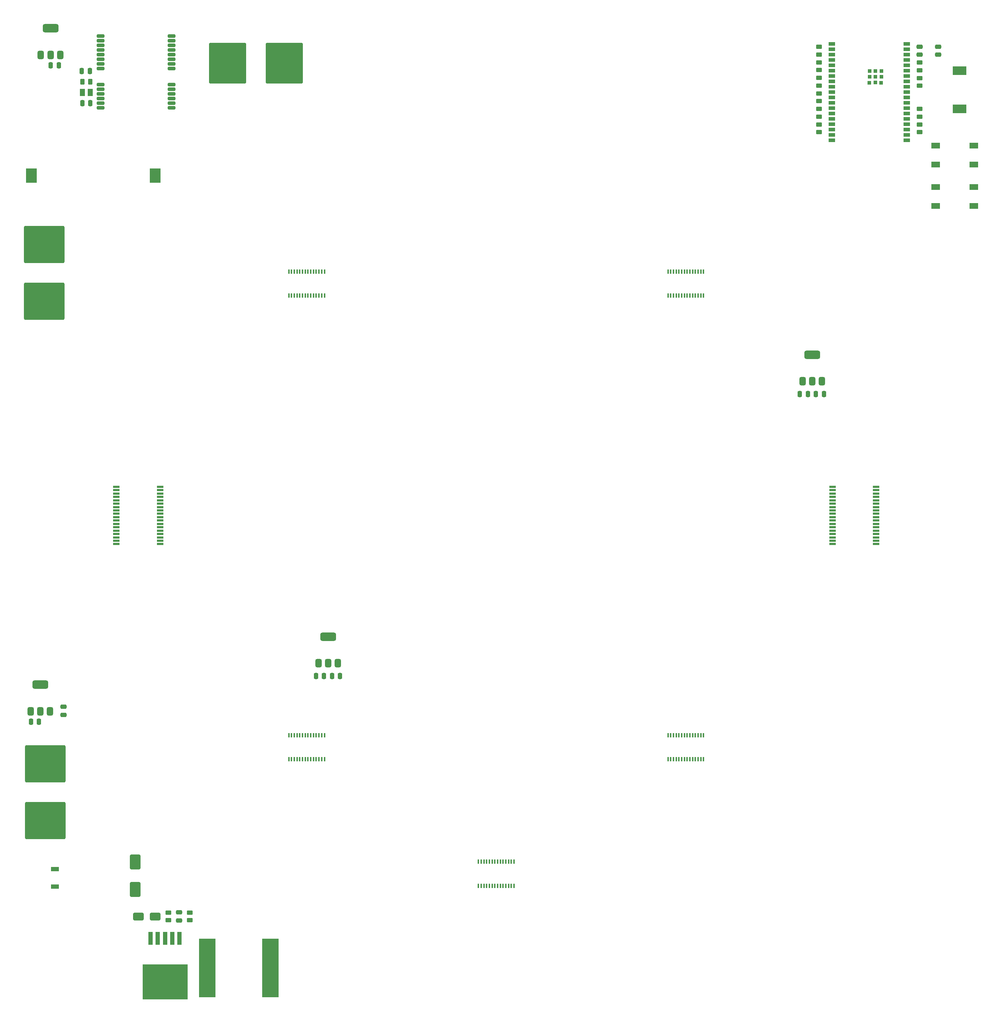
<source format=gbr>
%TF.GenerationSoftware,KiCad,Pcbnew,8.0.2-1*%
%TF.CreationDate,2024-06-04T17:42:53+02:00*%
%TF.ProjectId,broadcast_clock,62726f61-6463-4617-9374-5f636c6f636b,rev?*%
%TF.SameCoordinates,Original*%
%TF.FileFunction,Paste,Bot*%
%TF.FilePolarity,Positive*%
%FSLAX46Y46*%
G04 Gerber Fmt 4.6, Leading zero omitted, Abs format (unit mm)*
G04 Created by KiCad (PCBNEW 8.0.2-1) date 2024-06-04 17:42:53*
%MOMM*%
%LPD*%
G01*
G04 APERTURE LIST*
G04 Aperture macros list*
%AMRoundRect*
0 Rectangle with rounded corners*
0 $1 Rounding radius*
0 $2 $3 $4 $5 $6 $7 $8 $9 X,Y pos of 4 corners*
0 Add a 4 corners polygon primitive as box body*
4,1,4,$2,$3,$4,$5,$6,$7,$8,$9,$2,$3,0*
0 Add four circle primitives for the rounded corners*
1,1,$1+$1,$2,$3*
1,1,$1+$1,$4,$5*
1,1,$1+$1,$6,$7*
1,1,$1+$1,$8,$9*
0 Add four rect primitives between the rounded corners*
20,1,$1+$1,$2,$3,$4,$5,0*
20,1,$1+$1,$4,$5,$6,$7,0*
20,1,$1+$1,$6,$7,$8,$9,0*
20,1,$1+$1,$8,$9,$2,$3,0*%
G04 Aperture macros list end*
%ADD10RoundRect,0.250000X0.450000X-0.262500X0.450000X0.262500X-0.450000X0.262500X-0.450000X-0.262500X0*%
%ADD11RoundRect,0.250000X-0.450000X0.262500X-0.450000X-0.262500X0.450000X-0.262500X0.450000X0.262500X0*%
%ADD12R,0.400000X1.100000*%
%ADD13RoundRect,0.375000X0.375000X-0.625000X0.375000X0.625000X-0.375000X0.625000X-0.375000X-0.625000X0*%
%ADD14RoundRect,0.500000X1.400000X-0.500000X1.400000X0.500000X-1.400000X0.500000X-1.400000X-0.500000X0*%
%ADD15RoundRect,0.250000X-0.475000X0.250000X-0.475000X-0.250000X0.475000X-0.250000X0.475000X0.250000X0*%
%ADD16R,2.540000X3.510000*%
%ADD17RoundRect,0.249999X-4.550001X4.150001X-4.550001X-4.150001X4.550001X-4.150001X4.550001X4.150001X0*%
%ADD18R,2.100000X1.400000*%
%ADD19R,0.900000X0.900000*%
%ADD20R,0.900000X0.880000*%
%ADD21R,1.500000X0.900000*%
%ADD22RoundRect,0.250000X-0.250000X-0.475000X0.250000X-0.475000X0.250000X0.475000X-0.250000X0.475000X0*%
%ADD23RoundRect,0.249999X-4.150001X-4.550001X4.150001X-4.550001X4.150001X4.550001X-4.150001X4.550001X0*%
%ADD24RoundRect,0.250000X1.000000X0.650000X-1.000000X0.650000X-1.000000X-0.650000X1.000000X-0.650000X0*%
%ADD25RoundRect,0.250000X0.262500X0.450000X-0.262500X0.450000X-0.262500X-0.450000X0.262500X-0.450000X0*%
%ADD26RoundRect,0.250000X0.250000X0.475000X-0.250000X0.475000X-0.250000X-0.475000X0.250000X-0.475000X0*%
%ADD27RoundRect,0.250000X0.475000X-0.250000X0.475000X0.250000X-0.475000X0.250000X-0.475000X-0.250000X0*%
%ADD28R,1.200000X1.800000*%
%ADD29R,4.000000X14.000000*%
%ADD30R,1.500000X0.500000*%
%ADD31R,10.660000X8.380000*%
%ADD32R,1.016000X3.050000*%
%ADD33RoundRect,0.200000X0.700000X0.200000X-0.700000X0.200000X-0.700000X-0.200000X0.700000X-0.200000X0*%
%ADD34RoundRect,0.250000X1.000000X-1.500000X1.000000X1.500000X-1.000000X1.500000X-1.000000X-1.500000X0*%
%ADD35R,3.200000X2.000000*%
%ADD36R,1.890000X1.140000*%
G04 APERTURE END LIST*
D10*
%TO.C,R18*%
X221996000Y-43457500D03*
X221996000Y-41632500D03*
%TD*%
D11*
%TO.C,R19*%
X221996000Y-37949500D03*
X221996000Y-39774500D03*
%TD*%
D12*
%TO.C,U6*%
X104640000Y-203265000D03*
X103990000Y-203265000D03*
X103340000Y-203265000D03*
X102690000Y-203265000D03*
X102040000Y-203265000D03*
X101390000Y-203265000D03*
X100740000Y-203265000D03*
X100090000Y-203265000D03*
X99440000Y-203265000D03*
X98790000Y-203265000D03*
X98140000Y-203265000D03*
X97490000Y-203265000D03*
X96840000Y-203265000D03*
X96190000Y-203265000D03*
X96190000Y-197565000D03*
X96840000Y-197565000D03*
X97490000Y-197565000D03*
X98140000Y-197565000D03*
X98790000Y-197565000D03*
X99440000Y-197565000D03*
X100090000Y-197565000D03*
X100740000Y-197565000D03*
X101390000Y-197565000D03*
X102040000Y-197565000D03*
X102690000Y-197565000D03*
X103340000Y-197565000D03*
X103990000Y-197565000D03*
X104640000Y-197565000D03*
%TD*%
D13*
%TO.C,U14*%
X222715000Y-113565000D03*
X220415000Y-113565000D03*
D14*
X220415000Y-107265000D03*
D13*
X218115000Y-113565000D03*
%TD*%
D11*
%TO.C,R15*%
X245872000Y-52681500D03*
X245872000Y-54506500D03*
%TD*%
D15*
%TO.C,C20*%
X42672000Y-190820000D03*
X42672000Y-192720000D03*
%TD*%
D16*
%TO.C,BT1*%
X35104000Y-64770000D03*
X64464000Y-64770000D03*
%TD*%
D17*
%TO.C,C14*%
X38354000Y-204324000D03*
X38354000Y-217824000D03*
%TD*%
D18*
%TO.C,SW2*%
X258804000Y-67473000D03*
X249704000Y-67473000D03*
X258804000Y-71973000D03*
X249704000Y-71973000D03*
%TD*%
D13*
%TO.C,U10*%
X39511000Y-191872000D03*
X37211000Y-191872000D03*
D14*
X37211000Y-185572000D03*
D13*
X34911000Y-191872000D03*
%TD*%
D11*
%TO.C,R14*%
X245872000Y-48998500D03*
X245872000Y-50823500D03*
%TD*%
D19*
%TO.C,U3*%
X236814000Y-39949000D03*
X235414000Y-39949000D03*
X234014000Y-39949000D03*
X236814000Y-41349000D03*
X235414000Y-41349000D03*
X234014000Y-41349000D03*
D20*
X235404000Y-42729000D03*
D19*
X236804000Y-42749000D03*
X234004000Y-42749000D03*
D21*
X242824000Y-33559000D03*
X242824000Y-34829000D03*
X242824000Y-36099000D03*
X242824000Y-37369000D03*
X242824000Y-38639000D03*
X242824000Y-39909000D03*
X242824000Y-41179000D03*
X242824000Y-42449000D03*
X242824000Y-43719000D03*
X242824000Y-44989000D03*
X242824000Y-46259000D03*
X242824000Y-47529000D03*
X242824000Y-48799000D03*
X242824000Y-50069000D03*
X242824000Y-51339000D03*
X242824000Y-52609000D03*
X242824000Y-53879000D03*
X242824000Y-55149000D03*
X242824000Y-56419000D03*
X225044000Y-56419000D03*
X225044000Y-55149000D03*
X225044000Y-53879000D03*
X225044000Y-52609000D03*
X225044000Y-51339000D03*
X225044000Y-50069000D03*
X225044000Y-48799000D03*
X225044000Y-47529000D03*
X225044000Y-46259000D03*
X225044000Y-44989000D03*
X225044000Y-43719000D03*
X225044000Y-42449000D03*
X225044000Y-41179000D03*
X225044000Y-39909000D03*
X225044000Y-38639000D03*
X225044000Y-37369000D03*
X225044000Y-36099000D03*
X225044000Y-34829000D03*
X225044000Y-33559000D03*
%TD*%
D12*
%TO.C,U8*%
X149640000Y-233265000D03*
X148990000Y-233265000D03*
X148340000Y-233265000D03*
X147690000Y-233265000D03*
X147040000Y-233265000D03*
X146390000Y-233265000D03*
X145740000Y-233265000D03*
X145090000Y-233265000D03*
X144440000Y-233265000D03*
X143790000Y-233265000D03*
X143140000Y-233265000D03*
X142490000Y-233265000D03*
X141840000Y-233265000D03*
X141190000Y-233265000D03*
X141190000Y-227565000D03*
X141840000Y-227565000D03*
X142490000Y-227565000D03*
X143140000Y-227565000D03*
X143790000Y-227565000D03*
X144440000Y-227565000D03*
X145090000Y-227565000D03*
X145740000Y-227565000D03*
X146390000Y-227565000D03*
X147040000Y-227565000D03*
X147690000Y-227565000D03*
X148340000Y-227565000D03*
X148990000Y-227565000D03*
X149640000Y-227565000D03*
%TD*%
D22*
%TO.C,C26*%
X39690000Y-38608000D03*
X41590000Y-38608000D03*
%TD*%
D23*
%TO.C,C28*%
X81642000Y-38100000D03*
X95142000Y-38100000D03*
%TD*%
D18*
%TO.C,SW1*%
X258804000Y-57694000D03*
X249704000Y-57694000D03*
X258804000Y-62194000D03*
X249704000Y-62194000D03*
%TD*%
D10*
%TO.C,R2*%
X221996000Y-54506500D03*
X221996000Y-52681500D03*
%TD*%
D22*
%TO.C,C27*%
X217490000Y-116586000D03*
X219390000Y-116586000D03*
%TD*%
D10*
%TO.C,R21*%
X67564000Y-241450500D03*
X67564000Y-239625500D03*
%TD*%
D24*
%TO.C,D355*%
X64484000Y-240538000D03*
X60484000Y-240538000D03*
%TD*%
D25*
%TO.C,R24*%
X49045500Y-42571000D03*
X47220500Y-42571000D03*
%TD*%
D22*
%TO.C,C32*%
X106421000Y-183465000D03*
X108321000Y-183465000D03*
%TD*%
D26*
%TO.C,C18*%
X49083000Y-47625000D03*
X47183000Y-47625000D03*
%TD*%
D12*
%TO.C,U5*%
X194640000Y-203265000D03*
X193990000Y-203265000D03*
X193340000Y-203265000D03*
X192690000Y-203265000D03*
X192040000Y-203265000D03*
X191390000Y-203265000D03*
X190740000Y-203265000D03*
X190090000Y-203265000D03*
X189440000Y-203265000D03*
X188790000Y-203265000D03*
X188140000Y-203265000D03*
X187490000Y-203265000D03*
X186840000Y-203265000D03*
X186190000Y-203265000D03*
X186190000Y-197565000D03*
X186840000Y-197565000D03*
X187490000Y-197565000D03*
X188140000Y-197565000D03*
X188790000Y-197565000D03*
X189440000Y-197565000D03*
X190090000Y-197565000D03*
X190740000Y-197565000D03*
X191390000Y-197565000D03*
X192040000Y-197565000D03*
X192690000Y-197565000D03*
X193340000Y-197565000D03*
X193990000Y-197565000D03*
X194640000Y-197565000D03*
%TD*%
D27*
%TO.C,C13*%
X245872000Y-36129000D03*
X245872000Y-34229000D03*
%TD*%
D28*
%TO.C,L2*%
X47203000Y-45083000D03*
X49063000Y-45083000D03*
%TD*%
D10*
%TO.C,R16*%
X221996000Y-50823500D03*
X221996000Y-48998500D03*
%TD*%
D27*
%TO.C,C12*%
X250317000Y-36129000D03*
X250317000Y-34229000D03*
%TD*%
D22*
%TO.C,C21*%
X34991000Y-194310000D03*
X36891000Y-194310000D03*
%TD*%
D10*
%TO.C,R22*%
X245872000Y-43467500D03*
X245872000Y-41642500D03*
%TD*%
D11*
%TO.C,R13*%
X221996000Y-45315500D03*
X221996000Y-47140500D03*
%TD*%
D29*
%TO.C,L1*%
X76858000Y-252730000D03*
X91798000Y-252730000D03*
%TD*%
D22*
%TO.C,C24*%
X102611000Y-183465000D03*
X104511000Y-183465000D03*
%TD*%
%TO.C,C31*%
X221300000Y-116586000D03*
X223200000Y-116586000D03*
%TD*%
D17*
%TO.C,C19*%
X38100000Y-81134000D03*
X38100000Y-94634000D03*
%TD*%
D30*
%TO.C,U1*%
X65615000Y-138615000D03*
X65615000Y-139415000D03*
X65615000Y-140215000D03*
X65615000Y-141015000D03*
X65615000Y-141815000D03*
X65615000Y-142615000D03*
X65615000Y-143415000D03*
X65615000Y-144215000D03*
X65615000Y-145015000D03*
X65615000Y-145815000D03*
X65615000Y-146615000D03*
X65615000Y-147415000D03*
X65615000Y-148215000D03*
X65615000Y-149015000D03*
X65615000Y-149815000D03*
X65615000Y-150615000D03*
X65615000Y-151415000D03*
X65615000Y-152215000D03*
X55215000Y-152215000D03*
X55215000Y-151415000D03*
X55215000Y-150615000D03*
X55215000Y-149815000D03*
X55215000Y-149015000D03*
X55215000Y-148215000D03*
X55215000Y-147415000D03*
X55215000Y-146615000D03*
X55215000Y-145815000D03*
X55215000Y-145015000D03*
X55215000Y-144215000D03*
X55215000Y-143415000D03*
X55215000Y-142615000D03*
X55215000Y-141815000D03*
X55215000Y-141015000D03*
X55215000Y-140215000D03*
X55215000Y-139415000D03*
X55215000Y-138615000D03*
%TD*%
D10*
%TO.C,R12*%
X245872000Y-39789500D03*
X245872000Y-37964500D03*
%TD*%
D11*
%TO.C,R17*%
X221996000Y-34266500D03*
X221996000Y-36091500D03*
%TD*%
D10*
%TO.C,R20*%
X72644000Y-241450500D03*
X72644000Y-239625500D03*
%TD*%
D31*
%TO.C,U11*%
X66802000Y-256075500D03*
D32*
X63398000Y-245770500D03*
X65100000Y-245770500D03*
X66802000Y-245770500D03*
X68504000Y-245770500D03*
X70206000Y-245770500D03*
%TD*%
D30*
%TO.C,U2*%
X235615000Y-138615000D03*
X235615000Y-139415000D03*
X235615000Y-140215000D03*
X235615000Y-141015000D03*
X235615000Y-141815000D03*
X235615000Y-142615000D03*
X235615000Y-143415000D03*
X235615000Y-144215000D03*
X235615000Y-145015000D03*
X235615000Y-145815000D03*
X235615000Y-146615000D03*
X235615000Y-147415000D03*
X235615000Y-148215000D03*
X235615000Y-149015000D03*
X235615000Y-149815000D03*
X235615000Y-150615000D03*
X235615000Y-151415000D03*
X235615000Y-152215000D03*
X225215000Y-152215000D03*
X225215000Y-151415000D03*
X225215000Y-150615000D03*
X225215000Y-149815000D03*
X225215000Y-149015000D03*
X225215000Y-148215000D03*
X225215000Y-147415000D03*
X225215000Y-146615000D03*
X225215000Y-145815000D03*
X225215000Y-145015000D03*
X225215000Y-144215000D03*
X225215000Y-143415000D03*
X225215000Y-142615000D03*
X225215000Y-141815000D03*
X225215000Y-141015000D03*
X225215000Y-140215000D03*
X225215000Y-139415000D03*
X225215000Y-138615000D03*
%TD*%
D33*
%TO.C,U9*%
X68344000Y-31736000D03*
X68344000Y-32836000D03*
X68344000Y-33936000D03*
X68344000Y-35036000D03*
X68344000Y-36136000D03*
X68344000Y-37236000D03*
X68344000Y-38336000D03*
X68344000Y-39436000D03*
X68344000Y-43236000D03*
X68344000Y-44336000D03*
X68344000Y-45436000D03*
X68344000Y-46536000D03*
X68344000Y-47636000D03*
X68344000Y-48736000D03*
X51544000Y-48736000D03*
X51544000Y-47636000D03*
X51544000Y-46536000D03*
X51544000Y-45436000D03*
X51544000Y-44336000D03*
X51544000Y-43236000D03*
X51544000Y-39436000D03*
X51544000Y-38336000D03*
X51544000Y-37236000D03*
X51544000Y-36136000D03*
X51544000Y-35036000D03*
X51544000Y-33936000D03*
X51544000Y-32836000D03*
X51544000Y-31736000D03*
%TD*%
D13*
%TO.C,U13*%
X107823000Y-180467000D03*
X105523000Y-180467000D03*
D14*
X105523000Y-174167000D03*
D13*
X103223000Y-180467000D03*
%TD*%
D12*
%TO.C,U7*%
X96190000Y-87565000D03*
X96840000Y-87565000D03*
X97490000Y-87565000D03*
X98140000Y-87565000D03*
X98790000Y-87565000D03*
X99440000Y-87565000D03*
X100090000Y-87565000D03*
X100740000Y-87565000D03*
X101390000Y-87565000D03*
X102040000Y-87565000D03*
X102690000Y-87565000D03*
X103340000Y-87565000D03*
X103990000Y-87565000D03*
X104640000Y-87565000D03*
X104640000Y-93265000D03*
X103990000Y-93265000D03*
X103340000Y-93265000D03*
X102690000Y-93265000D03*
X102040000Y-93265000D03*
X101390000Y-93265000D03*
X100740000Y-93265000D03*
X100090000Y-93265000D03*
X99440000Y-93265000D03*
X98790000Y-93265000D03*
X98140000Y-93265000D03*
X97490000Y-93265000D03*
X96840000Y-93265000D03*
X96190000Y-93265000D03*
%TD*%
D27*
%TO.C,C16*%
X70104000Y-241488000D03*
X70104000Y-239588000D03*
%TD*%
D34*
%TO.C,C15*%
X59690000Y-234136000D03*
X59690000Y-227636000D03*
%TD*%
D35*
%TO.C,BZ1*%
X255397000Y-39941500D03*
X255397000Y-48958500D03*
%TD*%
D26*
%TO.C,C17*%
X48956000Y-40005000D03*
X47056000Y-40005000D03*
%TD*%
D12*
%TO.C,U4*%
X186190000Y-87565000D03*
X186840000Y-87565000D03*
X187490000Y-87565000D03*
X188140000Y-87565000D03*
X188790000Y-87565000D03*
X189440000Y-87565000D03*
X190090000Y-87565000D03*
X190740000Y-87565000D03*
X191390000Y-87565000D03*
X192040000Y-87565000D03*
X192690000Y-87565000D03*
X193340000Y-87565000D03*
X193990000Y-87565000D03*
X194640000Y-87565000D03*
X194640000Y-93265000D03*
X193990000Y-93265000D03*
X193340000Y-93265000D03*
X192690000Y-93265000D03*
X192040000Y-93265000D03*
X191390000Y-93265000D03*
X190740000Y-93265000D03*
X190090000Y-93265000D03*
X189440000Y-93265000D03*
X188790000Y-93265000D03*
X188140000Y-93265000D03*
X187490000Y-93265000D03*
X186840000Y-93265000D03*
X186190000Y-93265000D03*
%TD*%
D36*
%TO.C,D356*%
X40640000Y-233494000D03*
X40640000Y-229294000D03*
%TD*%
D13*
%TO.C,U12*%
X41924000Y-36170000D03*
X39624000Y-36170000D03*
D14*
X39624000Y-29870000D03*
D13*
X37324000Y-36170000D03*
%TD*%
M02*

</source>
